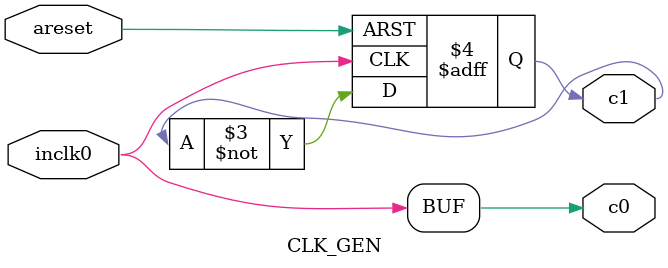
<source format=v>
module CLK_GEN(

input areset,
input inclk0,
output wire c0,
output reg c1
);


assign c0 = inclk0;

/*
reg cnt;:wq

always@(posedge inclk0 or negedge areset)begin
    if(~areset)begin
        cnt <= 1'b0;
        c1 <= 1'b0;
    end
    else begin
        cnt <= cnt == 1'b1 ? 1'b0 : cnt+ 1'b1;
        c1 <= (cnt == 1'b1 || cnt == 1'b0) ? ~c1 : c1;
    end
end
*/

always@(posedge inclk0 or negedge areset)begin
    if(~areset)begin
        c1 <= 1'b0;
    end
    else begin
        c1 <= ~c1;
    end
end

endmodule


</source>
